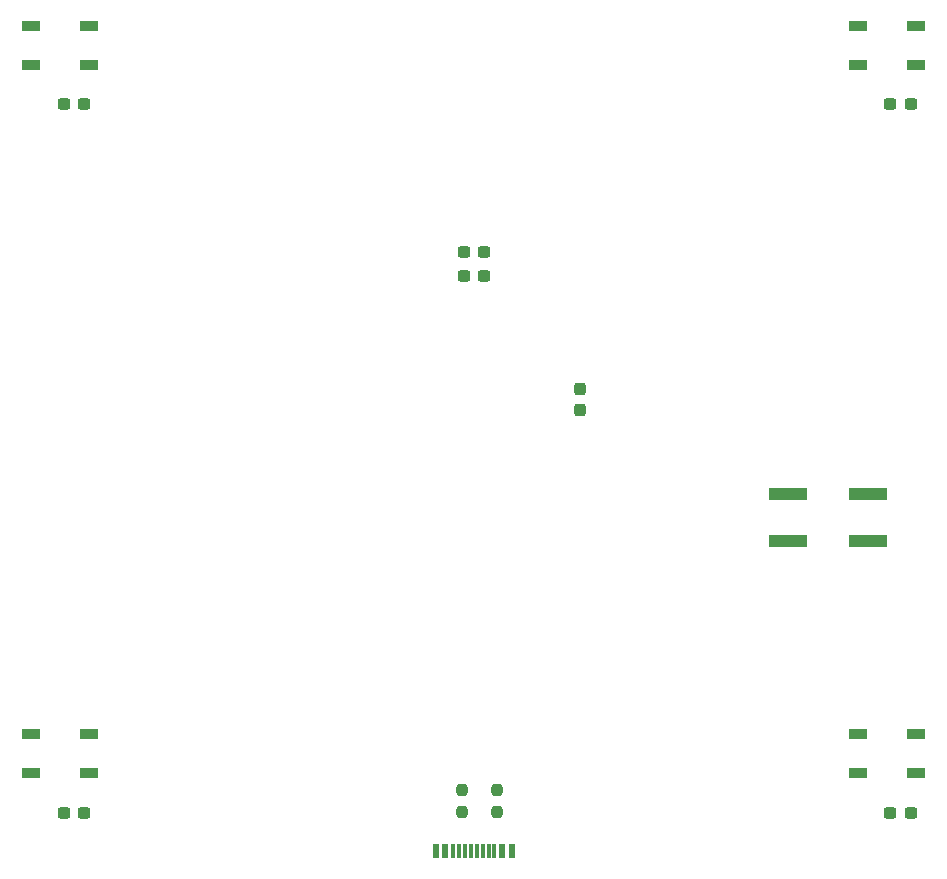
<source format=gtp>
%TF.GenerationSoftware,KiCad,Pcbnew,7.0.9*%
%TF.CreationDate,2023-11-22T04:12:16+01:00*%
%TF.ProjectId,Co2-Sensor,436f322d-5365-46e7-936f-722e6b696361,rev?*%
%TF.SameCoordinates,Original*%
%TF.FileFunction,Paste,Top*%
%TF.FilePolarity,Positive*%
%FSLAX46Y46*%
G04 Gerber Fmt 4.6, Leading zero omitted, Abs format (unit mm)*
G04 Created by KiCad (PCBNEW 7.0.9) date 2023-11-22 04:12:16*
%MOMM*%
%LPD*%
G01*
G04 APERTURE LIST*
G04 Aperture macros list*
%AMRoundRect*
0 Rectangle with rounded corners*
0 $1 Rounding radius*
0 $2 $3 $4 $5 $6 $7 $8 $9 X,Y pos of 4 corners*
0 Add a 4 corners polygon primitive as box body*
4,1,4,$2,$3,$4,$5,$6,$7,$8,$9,$2,$3,0*
0 Add four circle primitives for the rounded corners*
1,1,$1+$1,$2,$3*
1,1,$1+$1,$4,$5*
1,1,$1+$1,$6,$7*
1,1,$1+$1,$8,$9*
0 Add four rect primitives between the rounded corners*
20,1,$1+$1,$2,$3,$4,$5,0*
20,1,$1+$1,$4,$5,$6,$7,0*
20,1,$1+$1,$6,$7,$8,$9,0*
20,1,$1+$1,$8,$9,$2,$3,0*%
G04 Aperture macros list end*
%ADD10RoundRect,0.237500X0.237500X-0.250000X0.237500X0.250000X-0.237500X0.250000X-0.237500X-0.250000X0*%
%ADD11RoundRect,0.237500X0.237500X-0.300000X0.237500X0.300000X-0.237500X0.300000X-0.237500X-0.300000X0*%
%ADD12RoundRect,0.237500X-0.300000X-0.237500X0.300000X-0.237500X0.300000X0.237500X-0.300000X0.237500X0*%
%ADD13R,1.500000X0.900000*%
%ADD14R,0.600000X1.160000*%
%ADD15R,0.300000X1.160000*%
%ADD16R,3.200000X1.000000*%
G04 APERTURE END LIST*
D10*
%TO.C,R2*%
X113000000Y-119912500D03*
X113000000Y-118087500D03*
%TD*%
D11*
%TO.C,C1*%
X123000000Y-85862500D03*
X123000000Y-84137500D03*
%TD*%
D12*
%TO.C,C2*%
X113137500Y-74500000D03*
X114862500Y-74500000D03*
%TD*%
D13*
%TO.C,D2*%
X146550000Y-53350000D03*
X146550000Y-56650000D03*
X151450000Y-56650000D03*
X151450000Y-53350000D03*
%TD*%
D12*
%TO.C,C3*%
X113137500Y-72500000D03*
X114862500Y-72500000D03*
%TD*%
%TO.C,C6*%
X149275000Y-120000000D03*
X151000000Y-120000000D03*
%TD*%
%TO.C,C4*%
X79275000Y-60000000D03*
X81000000Y-60000000D03*
%TD*%
D10*
%TO.C,R1*%
X116000000Y-119912500D03*
X116000000Y-118087500D03*
%TD*%
D12*
%TO.C,C5*%
X149275000Y-60000000D03*
X151000000Y-60000000D03*
%TD*%
D14*
%TO.C,J2*%
X110800000Y-123240000D03*
X111600000Y-123240000D03*
D15*
X112750000Y-123240000D03*
X113750000Y-123240000D03*
X114250000Y-123240000D03*
X115250000Y-123240000D03*
D14*
X116400000Y-123240000D03*
X117200000Y-123240000D03*
X117200000Y-123240000D03*
X116400000Y-123240000D03*
D15*
X115750000Y-123240000D03*
X114750000Y-123240000D03*
X113250000Y-123240000D03*
X112250000Y-123240000D03*
D14*
X111600000Y-123240000D03*
X110800000Y-123240000D03*
%TD*%
D12*
%TO.C,C7*%
X79275000Y-120000000D03*
X81000000Y-120000000D03*
%TD*%
D13*
%TO.C,D3*%
X146550000Y-113350000D03*
X146550000Y-116650000D03*
X151450000Y-116650000D03*
X151450000Y-113350000D03*
%TD*%
D16*
%TO.C,SW1*%
X140600000Y-93000000D03*
X147400000Y-93000000D03*
X140600000Y-97000000D03*
X147400000Y-97000000D03*
%TD*%
D13*
%TO.C,D1*%
X76550000Y-53350000D03*
X76550000Y-56650000D03*
X81450000Y-56650000D03*
X81450000Y-53350000D03*
%TD*%
%TO.C,D4*%
X76550000Y-113350000D03*
X76550000Y-116650000D03*
X81450000Y-116650000D03*
X81450000Y-113350000D03*
%TD*%
M02*

</source>
